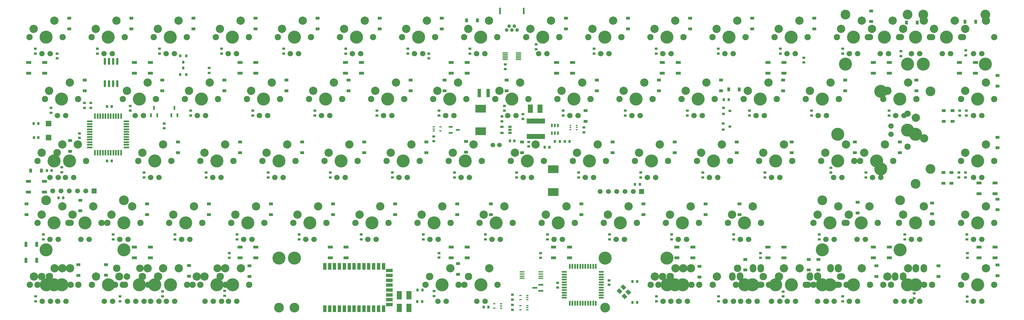
<source format=gbr>
%FSTAX23Y23*%
%MOIN*%
%SFA1B1*%

%IPPOS*%
%AMD46*
4,1,4,-0.036100,0.002800,0.002800,-0.036100,0.036100,-0.002800,-0.002800,0.036100,-0.036100,0.002800,0.0*
%
%ADD11R,0.035429X0.059059*%
%ADD19C,0.066000*%
%ADD20C,0.157500*%
%ADD21C,0.043307*%
%ADD23R,0.059055X0.059055*%
%ADD24C,0.059055*%
%ADD25C,0.056000*%
%ADD26O,0.078740X0.100000*%
%ADD27C,0.076000*%
%ADD28C,0.100000*%
%ADD29O,0.100000X0.082677*%
%ADD30O,0.086614X0.100000*%
%ADD31C,0.090551*%
%ADD32C,0.096457*%
%ADD33C,0.096653*%
%ADD34C,0.078740*%
%ADD35C,0.118110*%
%ADD36C,0.157500*%
%ADD37C,0.066000*%
%ADD38C,0.076000*%
%ADD39C,0.100000*%
%ADD41R,0.027559X0.035433*%
%ADD42R,0.035433X0.027559*%
%ADD43R,0.048031X0.035827*%
%ADD44R,0.035433X0.031496*%
%ADD45R,0.059055X0.102362*%
G04~CAMADD=46~9~0.0~0.0~551.2~472.4~0.0~0.0~0~0.0~0.0~0.0~0.0~0~0.0~0.0~0.0~0.0~0~0.0~0.0~0.0~135.0~722.0~721.0*
%ADD46D46*%
%ADD47O,0.021654X0.068898*%
%ADD48O,0.068898X0.021654*%
%ADD49O,0.021654X0.062992*%
%ADD50O,0.062992X0.021654*%
%ADD51R,0.027559X0.011811*%
%ADD52R,0.035827X0.048031*%
%ADD53R,0.031496X0.035433*%
%ADD54R,0.043307X0.102362*%
%ADD55R,0.023622X0.045275*%
%ADD56R,0.045275X0.023622*%
%ADD57R,0.129921X0.094488*%
%ADD58O,0.023622X0.086614*%
%ADD59O,0.061024X0.013780*%
%ADD60O,0.066929X0.011811*%
%ADD61R,0.019685X0.015748*%
%ADD62R,0.027559X0.015748*%
%ADD63R,0.070866X0.066929*%
%ADD64R,0.059059X0.035429*%
%ADD65R,0.035433X0.031496*%
%ADD66R,0.043307X0.025591*%
%ADD67R,0.224409X0.062992*%
%ADD68R,0.023622X0.043307*%
%ADD69R,0.031496X0.035433*%
%ADD70R,0.039370X0.078740*%
%ADD71R,0.078740X0.039370*%
%ADD72R,0.059055X0.023622*%
%ADD76O,0.021654X0.082677*%
%LNquadcube_65_pcb_pads_bot-1*%
%LPD*%
G54D11*
X04612Y06075D03*
X04742D03*
X04612Y05882D03*
X04742D03*
G54D19*
X15062Y07411D03*
X05001Y06886D03*
X05844Y06136D03*
X05188Y06886D03*
X15032Y08386D03*
X15407D03*
X14938Y06886D03*
X15218Y07636D03*
X05376Y06136D03*
X05001D03*
X16157Y08386D03*
X15782D03*
X14657D03*
X05838Y05386D03*
X14751Y06136D03*
X14376D03*
X07157Y05386D03*
X10157D03*
X12601D03*
X12401D03*
X09688D03*
X13719D03*
X14376D03*
X14176D03*
X13244D03*
X13907D03*
X14657D03*
X13444D03*
X13157D03*
X15307D03*
X14557D03*
X13807D03*
X15119D03*
X14276D03*
X13057D03*
X14276Y06136D03*
X15118Y07636D03*
X15062Y07511D03*
X14838Y06886D03*
X14369D03*
X12307Y05386D03*
X13338D03*
X13619D03*
X14282D03*
X12501D03*
X10057D03*
X12494D03*
X13344D03*
X09588D03*
X07057D03*
X06876D03*
X05938D03*
X06307D03*
X05557D03*
X06119D03*
X04807D03*
X05276Y06136D03*
X05744D03*
X04994Y05386D03*
X05088Y06886D03*
X04901Y06136D03*
Y06886D03*
X15307Y08386D03*
X15682D03*
X16057D03*
X14651Y06136D03*
X14932Y08386D03*
X14557D03*
X14469Y06886D03*
X15219Y05386D03*
X15407D03*
X04907D03*
X05094D03*
X05657D03*
X06407D03*
X06219D03*
X06038D03*
X06976D03*
X06776D03*
G54D20*
X04951Y07086D03*
X15732Y08586D03*
X15357Y05586D03*
X14607D03*
X13857D03*
X15263D03*
X14326D03*
Y06336D03*
X15168Y07836D03*
X15262Y07461D03*
X14888Y07086D03*
X14419D03*
X12357Y05586D03*
X13388D03*
X13669D03*
X14232D03*
X12451D03*
X10107Y05586D03*
X12544Y05586D03*
X13294D03*
X09638D03*
X07107D03*
X06919D03*
X06357D03*
X05607D03*
X06169D03*
X04857D03*
X05982D03*
X05326Y06336D03*
X05794D03*
X05044Y05586D03*
X04951D03*
X05138Y07086D03*
X04951Y06336D03*
X15357Y08586D03*
X14701Y06336D03*
X14982Y08586D03*
X14607D03*
X15358Y07411D03*
X14418D03*
X12356Y05911D03*
X14231Y06011D03*
X15171D03*
X11608Y05911D03*
X07856D03*
X07668D03*
X14512Y08261D03*
X15262D03*
X14937Y07931D03*
X15452Y08261D03*
X16202D03*
X14937Y06991D03*
X05796Y06011D03*
X04856D03*
G54D21*
X10513Y0872D03*
X1045D03*
X10545Y08673D03*
X10419D03*
X10482D03*
G54D23*
X05434Y06724D03*
X12048Y06715D03*
G54D24*
X05334Y06724D03*
X05234D03*
X05134D03*
X05034D03*
X04934D03*
X11948Y06715D03*
X11848D03*
X11748D03*
X11648D03*
X11548D03*
G54D25*
X10332Y07281D03*
X10253D03*
G54D26*
X15457Y05786D03*
X15207Y05686D03*
X15113D03*
X15363Y05786D03*
X13488D03*
X13238Y05686D03*
X14332Y05786D03*
X14082Y05686D03*
X13144D03*
X13394Y05786D03*
G54D27*
X15557Y05586D03*
X14407D03*
X14807D03*
X14057D03*
X15463D03*
X15063D03*
X14969D03*
X14526D03*
X14126D03*
X12907D03*
X14126Y06336D03*
X14526D03*
X14968Y07836D03*
X15368D03*
X15262Y07661D03*
Y07261D03*
X14688Y07086D03*
X15088D03*
X14219D03*
X14619D03*
X12157Y05586D03*
X13188D03*
X13588D03*
X13469D03*
X14032D03*
X14432D03*
X12651D03*
X12251D03*
X09907D03*
X10307D03*
X12744D03*
X09438Y05587D03*
X09838D03*
X13494Y05586D03*
X07307D03*
X06719D03*
X07026D03*
X06626D03*
X05688D03*
X06088D03*
X06557D03*
X05807D03*
X05407D03*
X04657D03*
X05782D03*
X05526Y06336D03*
X05126D03*
X05994D03*
X05594D03*
X05244Y05586D03*
X04751D03*
X05151D03*
X05338Y07086D03*
X05151Y06336D03*
X04751D03*
Y07086D03*
X15157Y08586D03*
X15557D03*
X15532D03*
X15932D03*
X15907D03*
X16307D03*
X14501Y06336D03*
X14901D03*
X15182Y08586D03*
X14782D03*
X14407D03*
X14807D03*
G54D28*
X14707Y05786D03*
X13957D03*
X13707Y05686D03*
X15269Y05786D03*
X15019Y05686D03*
X12957D03*
X14426Y06536D03*
X14176Y06436D03*
X15268Y08036D03*
X15018Y07936D03*
X15462Y07361D03*
X15362Y07611D03*
X14988Y07286D03*
X14738Y07186D03*
X14519Y07286D03*
X14269Y07186D03*
X12457Y05786D03*
X12207Y05686D03*
X13769Y05786D03*
X12551D03*
X10207D03*
X12644D03*
X09738D03*
X07207D03*
X06769Y05686D03*
X07019Y05786D03*
X06676Y05686D03*
X06457Y05786D03*
X06207Y05686D03*
X05457D03*
X06269Y05786D03*
X04707Y05686D03*
X04957Y05786D03*
X06082D03*
X05176Y06436D03*
X05426Y06536D03*
X05644Y06436D03*
X05894Y06536D03*
X05144Y05786D03*
X05051D03*
X05238Y07286D03*
X04801Y06436D03*
X05051Y06536D03*
X04801Y07186D03*
X05051Y07286D03*
X15457Y08786D03*
X15207Y08686D03*
X15832Y08786D03*
X15582Y08686D03*
X16207Y08786D03*
X15957Y08686D03*
X14801Y06536D03*
X14551Y06436D03*
X14832Y08686D03*
X15082Y08786D03*
X14707D03*
X14457Y08686D03*
G54D29*
X14457Y05686D03*
G54D30*
X14176Y05686D03*
X14426Y05786D03*
G54D31*
X13207Y05786D03*
X13519Y05686D03*
X12301D03*
X09957D03*
X12394D03*
X09488D03*
X06957D03*
X05988Y05786D03*
X05707D03*
X06019Y05686D03*
X04894D03*
X04801D03*
X04988Y07186D03*
G54D32*
X06926Y05786D03*
G54D33*
X05738Y05686D03*
G54D34*
X05832Y05686D03*
G54D35*
X11608Y05311D03*
X15171Y06611D03*
X15358Y06811D03*
X07668Y05311D03*
X07856D03*
X14512Y08861D03*
X15262D03*
X16202D03*
X15537Y06991D03*
X15452Y08861D03*
X15537Y07931D03*
X05796Y06611D03*
X04856D03*
X14231D03*
G54D36*
X16107Y07836D03*
Y07086D03*
X11043Y06336D03*
X11793D03*
X10293D03*
X09543D03*
X12543D03*
X13293D03*
X15357D03*
X08231Y07836D03*
X08981D03*
X07481D03*
X06731D03*
X09731D03*
X10481D03*
X11981D03*
X11231D03*
X06918Y07086D03*
X07668D03*
X06168D03*
X12731Y07836D03*
X13481D03*
X14231D03*
X12356Y08586D03*
X13106D03*
X11606D03*
X10856D03*
X13856D03*
X09356D03*
X10106D03*
X08606D03*
X07856D03*
X04856D03*
X05606D03*
X07106D03*
X06356D03*
X06543Y06336D03*
X07293D03*
X08793D03*
X08043D03*
X12918Y07086D03*
X13668D03*
X12168D03*
X11418D03*
X08418D03*
X09168D03*
X10668D03*
X09918D03*
X05043Y07836D03*
X05981D03*
X16107Y05586D03*
Y06336D03*
G54D37*
X16157Y07636D03*
X16057D03*
Y06886D03*
X16157D03*
X11093Y06136D03*
X10993D03*
X11743D03*
X11843D03*
X10343D03*
X10243D03*
X09493D03*
X09593D03*
X12593D03*
X12493D03*
X13243D03*
X13343D03*
X15407D03*
X15307D03*
X08181Y07636D03*
X08281D03*
X09031D03*
X08931D03*
X07431D03*
X07531D03*
X06781D03*
X06681D03*
X09681D03*
X09781D03*
X10531D03*
X10431D03*
X11931D03*
X12031D03*
X11281D03*
X11181D03*
X06868Y06886D03*
X06968D03*
X07718D03*
X07618D03*
X06118D03*
X06218D03*
X12781Y07636D03*
X12681D03*
X13431D03*
X13531D03*
X14281D03*
X14181D03*
X12306Y08386D03*
X12406D03*
X13156D03*
X13056D03*
X11556D03*
X11656D03*
X10906D03*
X10806D03*
X13806D03*
X13906D03*
X09406D03*
X09306D03*
X10056D03*
X10156D03*
X08656D03*
X08556D03*
X07806D03*
X07906D03*
X04906D03*
X04806D03*
X05556D03*
X05656D03*
X07156D03*
X07056D03*
X06306D03*
X06406D03*
X06593Y06136D03*
X06493D03*
X07243D03*
X07343D03*
X08843D03*
X08743D03*
X07993D03*
X08093D03*
X12968Y06886D03*
X12868D03*
X13618D03*
X13718D03*
X12218D03*
X12118D03*
X11368D03*
X11468D03*
X08468D03*
X08368D03*
X09118D03*
X09218D03*
X10718D03*
X10618D03*
X09868D03*
X09968D03*
X05093Y07636D03*
X04993D03*
X05931D03*
X06031D03*
X16157Y05386D03*
X16057D03*
Y06136D03*
X16157D03*
G54D38*
X16307Y07836D03*
X15907D03*
Y07086D03*
X16307D03*
X11243Y06336D03*
X10843D03*
X11593D03*
X11993D03*
X10493D03*
X10093D03*
X09343D03*
X09743D03*
X12743D03*
X12343D03*
X13093D03*
X13493D03*
X15557D03*
X15157D03*
X08031Y07836D03*
X08431D03*
X09181D03*
X08781D03*
X07281D03*
X07681D03*
X06931D03*
X06531D03*
X09531D03*
X09931D03*
X10681D03*
X10281D03*
X11781D03*
X12181D03*
X11431D03*
X11031D03*
X06718Y07086D03*
X07118D03*
X07868D03*
X07468D03*
X05968D03*
X06368D03*
X12931Y07836D03*
X12531D03*
X13281D03*
X13681D03*
X14431D03*
X14031D03*
X12156Y08586D03*
X12556D03*
X13306D03*
X12906D03*
X11406D03*
X11806D03*
X11056D03*
X10656D03*
X13656D03*
X14056D03*
X09556D03*
X09156D03*
X09906D03*
X10306D03*
X08806D03*
X08406D03*
X07656D03*
X08056D03*
X05056D03*
X04656D03*
X05406D03*
X05806D03*
X07306D03*
X06906D03*
X06156D03*
X06556D03*
X06743Y06336D03*
X06343D03*
X07093D03*
X07493D03*
X08993D03*
X08593D03*
X07843D03*
X08243D03*
X13118Y07086D03*
X12718D03*
X13468D03*
X13868D03*
X12368D03*
X11968D03*
X11218D03*
X11618D03*
X08618D03*
X08218D03*
X08968D03*
X09368D03*
X10868D03*
X10468D03*
X09718D03*
X10118D03*
X05243Y07836D03*
X04843D03*
X05781D03*
X06181D03*
X16307Y05586D03*
X15907D03*
Y06336D03*
X16307D03*
G54D39*
X16207Y08036D03*
X15957Y07936D03*
Y07186D03*
X16207Y07286D03*
X11143Y06536D03*
X10893Y06436D03*
X11643D03*
X11893Y06536D03*
X10393D03*
X10143Y06436D03*
X09393D03*
X09643Y06536D03*
X12643D03*
X12393Y06436D03*
X13143D03*
X13393Y06536D03*
X15457D03*
X15207Y06436D03*
X08081Y07936D03*
X08331Y08036D03*
X09081D03*
X08831Y07936D03*
X07331D03*
X07581Y08036D03*
X06831D03*
X06581Y07936D03*
X09581D03*
X09831Y08036D03*
X10581D03*
X10331Y07936D03*
X11831D03*
X12081Y08036D03*
X11331D03*
X11081Y07936D03*
X06768Y07186D03*
X07018Y07286D03*
X07768D03*
X07518Y07186D03*
X06018D03*
X06268Y07286D03*
X12831Y08036D03*
X12581Y07936D03*
X13331D03*
X13581Y08036D03*
X14331D03*
X14081Y07936D03*
X12206Y08686D03*
X12456Y08786D03*
X13206D03*
X12956Y08686D03*
X11456D03*
X11706Y08786D03*
X10956D03*
X10706Y08686D03*
X13706D03*
X13956Y08786D03*
X09456D03*
X09206Y08686D03*
X09956D03*
X10206Y08786D03*
X08706D03*
X08456Y08686D03*
X07706D03*
X07956Y08786D03*
X04956D03*
X04706Y08686D03*
X05456D03*
X05706Y08786D03*
X07206D03*
X06956Y08686D03*
X06206D03*
X06456Y08786D03*
X06643Y06536D03*
X06393Y06436D03*
X07143D03*
X07393Y06536D03*
X08893D03*
X08643Y06436D03*
X07893D03*
X08143Y06536D03*
X13018Y07286D03*
X12768Y07186D03*
X13518D03*
X13768Y07286D03*
X12268D03*
X12018Y07186D03*
X11268D03*
X11518Y07286D03*
X08518D03*
X08268Y07186D03*
X09018D03*
X09268Y07286D03*
X10768D03*
X10518Y07186D03*
X09768D03*
X10018Y07286D03*
X05143Y08036D03*
X04893Y07936D03*
X05831D03*
X06081Y08036D03*
X16207Y05786D03*
X15957Y05686D03*
Y06436D03*
X16207Y06536D03*
G54D41*
X11968Y06804D03*
X12027D03*
X09401Y05523D03*
X09342D03*
X09398Y05382D03*
X09339D03*
X05004Y06641D03*
X05063D03*
X04923Y06968D03*
X04864D03*
X13042Y0783D03*
X13101D03*
X11121Y07323D03*
X1118D03*
X11002D03*
X11062D03*
G54D42*
X11351Y07433D03*
Y07492D03*
X07011Y05512D03*
Y05453D03*
X06263Y05505D03*
Y05446D03*
X0575D03*
Y05387D03*
X06826Y08153D03*
Y08212D03*
X10401Y08257D03*
Y08198D03*
X10487Y05283D03*
Y05342D03*
X15891Y07636D03*
Y07695D03*
X14477Y08446D03*
Y08386D03*
X10487Y05406D03*
Y05465D03*
X06281Y07541D03*
Y07482D03*
X05394Y07731D03*
Y0779D03*
X05317Y07731D03*
Y0779D03*
X15881Y06886D03*
Y06945D03*
X10363Y07566D03*
Y07625D03*
X09537Y07384D03*
Y07325D03*
X14758Y06946D03*
Y06886D03*
X14336Y07004D03*
Y06945D03*
X1376Y05504D03*
Y05445D03*
X12977Y05446D03*
Y05386D03*
X04727Y05446D03*
Y05386D03*
X05665Y06196D03*
Y06136D03*
X04821Y06196D03*
Y06136D03*
X05045Y07008D03*
Y06949D03*
X14477Y05446D03*
Y05386D03*
X15343Y05483D03*
Y05424D03*
X15227Y06196D03*
Y06136D03*
X14196Y06196D03*
Y06136D03*
X12227Y05446D03*
Y05386D03*
X09543Y05509D03*
Y0545D03*
X15038Y07696D03*
Y07636D03*
X15979Y06195D03*
Y06136D03*
X15981Y05443D03*
Y05384D03*
X10163Y06196D03*
Y06136D03*
X09413Y06196D03*
Y06136D03*
X06413Y06196D03*
Y06136D03*
X07163Y06196D03*
Y06136D03*
X08663Y06196D03*
Y06136D03*
X07913Y06196D03*
Y06136D03*
X10913Y06196D03*
Y06136D03*
X11663Y06196D03*
Y06136D03*
X12413Y06196D03*
Y06136D03*
X13163Y06196D03*
Y06136D03*
X12601Y07696D03*
Y07636D03*
X13351Y07696D03*
Y07636D03*
X14101Y07696D03*
Y07636D03*
X12226Y08446D03*
Y08386D03*
X12976Y08446D03*
Y08386D03*
X13726Y08446D03*
Y08386D03*
X12788Y06946D03*
Y06886D03*
X13538Y06946D03*
Y06886D03*
X12038Y06946D03*
Y06886D03*
X11288Y06946D03*
Y06886D03*
X04915Y07728D03*
Y07669D03*
X08101Y07696D03*
Y07636D03*
X08851Y07696D03*
Y07636D03*
X07351Y07696D03*
Y07636D03*
X06601Y07696D03*
Y07636D03*
X06788Y06946D03*
Y06886D03*
X07538Y06946D03*
Y06886D03*
X06038Y06946D03*
Y06886D03*
X09226Y08446D03*
Y08386D03*
X08476Y08446D03*
Y08386D03*
X06976Y08446D03*
Y08386D03*
X08288Y06946D03*
Y06886D03*
X09038Y06946D03*
Y06886D03*
X10538Y06946D03*
Y06886D03*
X09788Y06946D03*
Y06886D03*
X05871Y07754D03*
Y07695D03*
X09601Y07696D03*
Y07636D03*
X10392Y07754D03*
Y07695D03*
X11851Y07696D03*
Y07636D03*
X11101Y07696D03*
Y07636D03*
X11476Y08446D03*
Y08386D03*
X10776Y085D03*
Y08441D03*
X09976Y08446D03*
Y08386D03*
X07726Y08446D03*
Y08386D03*
X06226Y08446D03*
Y08386D03*
X05476Y08446D03*
Y08386D03*
X04726Y08446D03*
Y08386D03*
X10615Y07654D03*
Y07595D03*
X15972Y07695D03*
Y07636D03*
X15962Y06945D03*
Y06886D03*
X15182Y08415D03*
Y08356D03*
X15964Y08425D03*
Y08366D03*
G54D43*
X14625Y07315D03*
Y07186D03*
X14658Y06585D03*
Y06456D03*
X14185Y05765D03*
Y05894D03*
X12747Y0581D03*
Y05681D03*
X14886Y05815D03*
Y05686D03*
X09833Y05842D03*
Y05714D03*
X07311Y05815D03*
Y05686D03*
X15806Y07696D03*
Y07567D03*
X15697Y07696D03*
Y07567D03*
X14821Y08904D03*
Y08776D03*
X15792Y06946D03*
Y06817D03*
X15694Y06946D03*
Y06817D03*
X04617Y06565D03*
Y06436D03*
X15167Y07315D03*
Y07186D03*
X14067Y05894D03*
Y05765D03*
X13301Y05894D03*
Y05765D03*
X06581Y0582D03*
Y05691D03*
X05578Y05831D03*
Y05702D03*
X06074Y06565D03*
Y06436D03*
X05246Y0583D03*
Y05701D03*
X05145Y07333D03*
Y07204D03*
X15636Y05815D03*
Y05686D03*
X15558Y06575D03*
Y06446D03*
X15369Y08066D03*
Y07937D03*
X16348Y06624D03*
Y06495D03*
X1635Y05826D03*
Y05697D03*
X10229Y06565D03*
Y06436D03*
X09822Y06565D03*
Y06436D03*
X06822Y06565D03*
Y06436D03*
X07572Y06565D03*
Y06436D03*
X09072Y06565D03*
Y06436D03*
X08322Y06565D03*
Y06436D03*
X11322Y06565D03*
Y06436D03*
X12072Y06565D03*
Y06436D03*
X12822Y06565D03*
Y06436D03*
X13231Y06566D03*
Y06437D03*
X1226Y08065D03*
Y07936D03*
X1301Y08065D03*
Y07936D03*
X1376Y08065D03*
Y07936D03*
X1451Y08065D03*
Y07936D03*
X12635Y08815D03*
Y08686D03*
X13385Y08815D03*
Y08686D03*
X14135Y08815D03*
Y08686D03*
X13197Y07315D03*
Y07186D03*
X13862Y07315D03*
Y07186D03*
X12447Y07315D03*
Y07186D03*
X11697Y07315D03*
Y07186D03*
X05322Y08065D03*
Y07936D03*
X0851Y08065D03*
Y07936D03*
X0926Y08065D03*
Y07936D03*
X0776Y08065D03*
Y07936D03*
X0701Y08065D03*
Y07936D03*
X07197Y07315D03*
Y07186D03*
X07947Y07315D03*
Y07186D03*
X06447Y07315D03*
Y07186D03*
X09635Y08815D03*
Y08686D03*
X08885Y08815D03*
Y08686D03*
X07385Y08815D03*
Y08686D03*
X08697Y07315D03*
Y07186D03*
X09929Y07323D03*
Y07194D03*
X0626Y08065D03*
Y07936D03*
X09668Y08065D03*
Y07936D03*
X10419Y08065D03*
Y07936D03*
X1151Y08065D03*
Y07936D03*
X11885Y08815D03*
Y08686D03*
X11135Y08815D03*
Y08686D03*
X08135Y08815D03*
Y08686D03*
X06635Y08815D03*
Y08686D03*
X05885Y08815D03*
Y08686D03*
X05135Y08815D03*
Y08686D03*
X10604Y07316D03*
Y07187D03*
X11371Y07566D03*
Y07695D03*
X09447Y07315D03*
Y07186D03*
X05267Y06611D03*
Y06482D03*
X16349Y08123D03*
Y07994D03*
X16347Y07374D03*
Y07245D03*
G54D44*
X11035Y05554D03*
Y05609D03*
X11655Y0564D03*
Y05585D03*
X10685Y07262D03*
Y07317D03*
X07069Y05969D03*
Y05914D03*
X13484Y05969D03*
Y05914D03*
X09603Y05915D03*
Y0597D03*
X05258Y0742D03*
Y07365D03*
X1083Y05969D03*
Y05914D03*
X0499Y08386D03*
Y08331D03*
X09479Y08386D03*
Y08331D03*
X15985Y05969D03*
Y05914D03*
X14008Y08281D03*
Y08336D03*
G54D45*
X10823Y07721D03*
X10705D03*
X09122Y05459D03*
X0924D03*
X09122Y05307D03*
X0924D03*
G54D46*
X11889Y05495D03*
X11828Y05556D03*
X11781Y05508D03*
X11842Y05447D03*
G54D47*
X05446Y07186D03*
X05478D03*
X05509D03*
X05541D03*
X05572D03*
X05604D03*
X05635D03*
X05667D03*
X05698D03*
X0573D03*
X05761D03*
Y0763D03*
X0573D03*
X05698D03*
X05667D03*
X05635D03*
X05604D03*
X05572D03*
X05541D03*
X05509D03*
X05478D03*
X05446D03*
G54D48*
X05826Y0725D03*
Y07282D03*
Y07313D03*
Y07345D03*
Y07376D03*
Y07408D03*
Y07439D03*
Y07471D03*
Y07502D03*
Y07534D03*
Y07565D03*
X05381D03*
Y07534D03*
Y07502D03*
Y07471D03*
Y07439D03*
Y07408D03*
Y07376D03*
Y07345D03*
Y07313D03*
Y07282D03*
Y0725D03*
G54D49*
X11181Y05363D03*
X11212D03*
X11244D03*
X11275D03*
X11307D03*
X11338D03*
X1137D03*
X11401D03*
X11433D03*
X11464D03*
X11496D03*
Y05808D03*
X11464D03*
X11433D03*
X11401D03*
X1137D03*
X11338D03*
X11307D03*
X11275D03*
X11244D03*
X11212D03*
X11181D03*
G54D50*
X11561Y05428D03*
Y05459D03*
Y05491D03*
Y05522D03*
Y05554D03*
Y05585D03*
Y05617D03*
Y05648D03*
Y0568D03*
Y05711D03*
Y05743D03*
X11116D03*
Y05711D03*
Y0568D03*
Y05648D03*
Y05617D03*
Y05585D03*
Y05554D03*
Y05522D03*
Y05491D03*
Y05459D03*
Y05428D03*
G54D51*
X1027Y05355D03*
Y05304D03*
X10351D03*
Y05329D03*
Y05355D03*
X10586Y05334D03*
Y05283D03*
X10667D03*
Y05309D03*
Y05334D03*
X10586Y05457D03*
Y05406D03*
X10667D03*
Y05432D03*
Y05457D03*
G54D52*
X04799Y06968D03*
X0467D03*
X13101Y07952D03*
X1323D03*
X10065Y08791D03*
X09936D03*
X15378Y08763D03*
X15249D03*
X16085Y08772D03*
X15956D03*
G54D53*
X04706Y0754D03*
X04761D03*
X04707Y07371D03*
X04762D03*
X05592Y07085D03*
X05647D03*
Y07746D03*
X05592D03*
X10457Y07331D03*
X10512D03*
X10879Y07254D03*
X10935D03*
X11995Y05626D03*
X11939D03*
Y05374D03*
X11995D03*
X10143Y05315D03*
X10198D03*
G54D54*
X1009Y07909D03*
X10196D03*
G54D55*
X0616Y07728D03*
X06123Y07639D03*
X06197D03*
X06404Y07728D03*
X06367Y07639D03*
X06441D03*
G54D56*
X0983Y07462D03*
X09742Y075D03*
Y07425D03*
G54D57*
X10982Y06985D03*
Y06711D03*
X10106Y07719D03*
Y07445D03*
G54D58*
X05564Y08292D03*
X05614D03*
X05664D03*
X05714D03*
X05564Y08024D03*
X05614D03*
X05664D03*
X05714D03*
G54D59*
X10832Y05743D03*
Y05717D03*
Y05691D03*
Y05666D03*
X10606Y05743D03*
Y05717D03*
Y05691D03*
Y05666D03*
G54D60*
X10562Y08395D03*
Y08375D03*
Y08356D03*
Y08336D03*
Y08316D03*
X10401Y08395D03*
Y08375D03*
Y08356D03*
Y08336D03*
Y08316D03*
G54D61*
X11265Y07517D03*
Y07492D03*
Y07466D03*
X1119D03*
Y07492D03*
Y07517D03*
G54D62*
X09618Y07448D03*
Y075D03*
X09537D03*
Y07474D03*
Y07448D03*
G54D63*
X04884Y07371D03*
Y0754D03*
G54D64*
X16317Y06818D03*
Y06688D03*
X16124Y06818D03*
Y06688D03*
X06114Y06044D03*
Y05914D03*
X05922Y06044D03*
Y05914D03*
X07197D03*
Y06044D03*
X0739Y05914D03*
Y06044D03*
X0848D03*
Y05914D03*
X08287Y06044D03*
Y05914D03*
X09748D03*
Y06044D03*
X09941Y05914D03*
Y06044D03*
X11177D03*
Y05914D03*
X10984Y06044D03*
Y05914D03*
X12476D03*
Y06044D03*
X12668Y05914D03*
Y06044D03*
X13767D03*
Y05914D03*
X13574Y06044D03*
Y05914D03*
X14849D03*
Y06044D03*
X15042Y05914D03*
Y06044D03*
X16317D03*
Y05914D03*
X16125Y06044D03*
Y05914D03*
X15888Y08151D03*
Y08281D03*
X16081Y08151D03*
Y08281D03*
X15042D03*
Y08151D03*
X14849Y08281D03*
Y08151D03*
X13574D03*
Y08281D03*
X13767Y08151D03*
Y08281D03*
X12491D03*
Y08151D03*
X12298Y08281D03*
Y08151D03*
X11023D03*
Y08281D03*
X11216Y08151D03*
Y08281D03*
X09941D03*
Y08151D03*
X09748Y08281D03*
Y08151D03*
X08472D03*
Y08281D03*
X08665Y08151D03*
Y08281D03*
X0739D03*
Y08151D03*
X07197Y08281D03*
Y08151D03*
X05922D03*
Y08281D03*
X06114Y08151D03*
Y08281D03*
X04839D03*
Y08151D03*
X04646Y08281D03*
Y08151D03*
X04835Y06838D03*
Y06708D03*
X04642Y06838D03*
Y06708D03*
G54D65*
X13115Y07503D03*
X13036Y07541D03*
Y07466D03*
X13116Y07693D03*
X13037Y07731D03*
Y07656D03*
G54D66*
X10457Y075D03*
Y07463D03*
Y07426D03*
X10363D03*
Y075D03*
G54D67*
X10771Y07384D03*
Y07569D03*
G54D68*
X10965Y07517D03*
X11002D03*
X1104D03*
Y07423D03*
X11002D03*
X10965D03*
G54D69*
X06549Y08133D03*
X06474D03*
Y08361D03*
X06549D03*
X06511Y08282D03*
Y08212D03*
G54D70*
X08222Y05809D03*
X08281D03*
X08931D03*
X08399D03*
X0834D03*
X08576D03*
X08635D03*
X08517D03*
X08458D03*
X08694D03*
X08753D03*
X08872D03*
X08812D03*
Y05297D03*
X08872D03*
X08753D03*
X08694D03*
X08458D03*
X08517D03*
X08635D03*
X08576D03*
X0834D03*
X08399D03*
X08931D03*
X08281D03*
X08222D03*
G54D71*
X09003Y05405D03*
Y05346D03*
Y05523D03*
Y05582D03*
Y05759D03*
Y057D03*
Y05641D03*
Y05464D03*
G54D72*
X10833Y05587D03*
Y05512D03*
X10758Y0555D03*
G54D76*
X10625Y08903D03*
X10338D03*
M02*
</source>
